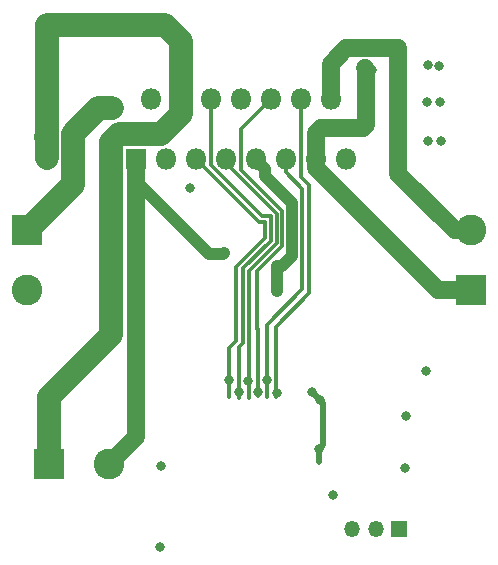
<source format=gbr>
%TF.GenerationSoftware,KiCad,Pcbnew,(6.0.5-0)*%
%TF.CreationDate,2022-06-28T13:52:29+02:00*%
%TF.ProjectId,JeepPCB,4a656570-5043-4422-9e6b-696361645f70,rev?*%
%TF.SameCoordinates,Original*%
%TF.FileFunction,Copper,L2,Bot*%
%TF.FilePolarity,Positive*%
%FSLAX46Y46*%
G04 Gerber Fmt 4.6, Leading zero omitted, Abs format (unit mm)*
G04 Created by KiCad (PCBNEW (6.0.5-0)) date 2022-06-28 13:52:29*
%MOMM*%
%LPD*%
G01*
G04 APERTURE LIST*
%TA.AperFunction,ComponentPad*%
%ADD10R,1.350000X1.350000*%
%TD*%
%TA.AperFunction,ComponentPad*%
%ADD11O,1.350000X1.350000*%
%TD*%
%TA.AperFunction,ComponentPad*%
%ADD12R,2.600000X2.600000*%
%TD*%
%TA.AperFunction,ComponentPad*%
%ADD13C,2.600000*%
%TD*%
%TA.AperFunction,ComponentPad*%
%ADD14R,1.800000X1.800000*%
%TD*%
%TA.AperFunction,ComponentPad*%
%ADD15O,1.800000X1.800000*%
%TD*%
%TA.AperFunction,ViaPad*%
%ADD16C,0.800000*%
%TD*%
%TA.AperFunction,Conductor*%
%ADD17C,2.000000*%
%TD*%
%TA.AperFunction,Conductor*%
%ADD18C,1.000000*%
%TD*%
%TA.AperFunction,Conductor*%
%ADD19C,1.500000*%
%TD*%
%TA.AperFunction,Conductor*%
%ADD20C,0.500000*%
%TD*%
%TA.AperFunction,Conductor*%
%ADD21C,0.300000*%
%TD*%
G04 APERTURE END LIST*
D10*
%TO.P,J1,1,Pin_1*%
%TO.N,Earth*%
X74200000Y-83700000D03*
D11*
%TO.P,J1,2,Pin_2*%
%TO.N,VCC*%
X72200000Y-83700000D03*
%TO.P,J1,3,Pin_3*%
%TO.N,Net-(J1-Pad3)*%
X70200000Y-83700000D03*
%TD*%
D12*
%TO.P,J_FRONT1,1,Pin_1*%
%TO.N,Net-(D1-Pad1)*%
X42695000Y-58455000D03*
D13*
%TO.P,J_FRONT1,2,Pin_2*%
%TO.N,Net-(D2-Pad1)*%
X42695000Y-63535000D03*
%TD*%
D12*
%TO.P,J_MAIN_POWER1,1,Pin_1*%
%TO.N,/5-12V*%
X44555000Y-78255000D03*
D13*
%TO.P,J_MAIN_POWER1,2,Pin_2*%
%TO.N,Earth*%
X49635000Y-78255000D03*
%TD*%
D14*
%TO.P,MotorFET1,1,SENSE_A*%
%TO.N,Earth*%
X51905000Y-52435000D03*
D15*
%TO.P,MotorFET1,2,OUT1*%
%TO.N,Net-(D1-Pad1)*%
X53175000Y-47355000D03*
%TO.P,MotorFET1,3,OUT2*%
%TO.N,Net-(D2-Pad1)*%
X54445000Y-52435000D03*
%TO.P,MotorFET1,4,Vs*%
%TO.N,/5-12V*%
X55715000Y-47355000D03*
%TO.P,MotorFET1,5,IN1*%
%TO.N,INO_D10*%
X56985000Y-52435000D03*
%TO.P,MotorFET1,6,EnA*%
%TO.N,INO_D9*%
X58255000Y-47355000D03*
%TO.P,MotorFET1,7,IN2*%
%TO.N,INO_D8*%
X59525000Y-52435000D03*
%TO.P,MotorFET1,8,GND*%
%TO.N,Earth*%
X60795000Y-47355000D03*
%TO.P,MotorFET1,9,Vss*%
%TO.N,VCC*%
X62065000Y-52435000D03*
%TO.P,MotorFET1,10,IN3*%
%TO.N,INO_D7*%
X63335000Y-47355000D03*
%TO.P,MotorFET1,11,EnB*%
%TO.N,INO_D6*%
X64605000Y-52435000D03*
%TO.P,MotorFET1,12,IN4*%
%TO.N,INO_D5*%
X65875000Y-47355000D03*
%TO.P,MotorFET1,13,OUT3*%
%TO.N,Net-(D3-Pad1)*%
X67145000Y-52435000D03*
%TO.P,MotorFET1,14,OUT4*%
%TO.N,Net-(D4-Pad1)*%
X68415000Y-47355000D03*
%TO.P,MotorFET1,15,SENSE_B*%
%TO.N,Earth*%
X69685000Y-52435000D03*
%TD*%
D12*
%TO.P,J_BACK1,1,Pin_1*%
%TO.N,Net-(D3-Pad1)*%
X80305000Y-63545000D03*
D13*
%TO.P,J_BACK1,2,Pin_2*%
%TO.N,Net-(D4-Pad1)*%
X80305000Y-58465000D03*
%TD*%
D16*
%TO.N,/5-12V*%
X44000000Y-76050000D03*
X45000000Y-47550000D03*
X44950000Y-76050000D03*
X45000000Y-50850000D03*
X45000000Y-44400000D03*
X43850000Y-44400000D03*
X43900000Y-50850000D03*
X43900000Y-47550000D03*
%TO.N,Earth*%
X54000000Y-78400000D03*
X76500000Y-47550000D03*
X76650000Y-50900000D03*
X58100000Y-60350000D03*
X77600000Y-44550000D03*
X77650000Y-47550000D03*
X77700000Y-50900000D03*
X76450000Y-70350000D03*
X59100000Y-60400000D03*
X76600000Y-44450000D03*
%TO.N,VCC*%
X53950000Y-85250000D03*
X67400000Y-76950000D03*
X63850000Y-63300000D03*
X67500000Y-72850000D03*
X63850000Y-62150000D03*
X56500000Y-54900000D03*
X66800000Y-72150000D03*
%TO.N,Net-(D1-Pad1)*%
X49100000Y-47550000D03*
X50150000Y-47600000D03*
X48600000Y-48250000D03*
X49600000Y-48250000D03*
%TO.N,Net-(D3-Pad1)*%
X71850000Y-44900000D03*
X71100000Y-44500000D03*
X71150000Y-45450000D03*
%TO.N,Net-(D4-Pad1)*%
X70700000Y-43000000D03*
X69600000Y-43000000D03*
X71750000Y-43000000D03*
%TO.N,Net-(J1-Pad3)*%
X68550000Y-80850000D03*
%TO.N,INO_D9*%
X60600000Y-72150000D03*
%TO.N,INO_D10*%
X59800000Y-71150000D03*
%TO.N,INO_D8*%
X61400000Y-71200000D03*
%TO.N,INO_D7*%
X62200000Y-72150000D03*
%TO.N,INO_D5*%
X63800000Y-72200000D03*
%TO.N,INO_D6*%
X63000000Y-71150000D03*
%TO.N,Net-(C3-Pad2)*%
X74700000Y-78600000D03*
%TO.N,Net-(C4-Pad2)*%
X74750000Y-74150000D03*
%TD*%
D17*
%TO.N,/5-12V*%
X55715000Y-47355000D02*
X55715000Y-42465000D01*
X49805489Y-67294511D02*
X44500000Y-72600000D01*
X54350000Y-41100000D02*
X44400000Y-41100000D01*
X44500000Y-72600000D02*
X44555000Y-72655000D01*
X50470000Y-50335489D02*
X49805489Y-51000000D01*
X44350000Y-41150000D02*
X44350000Y-49650000D01*
X44400000Y-41100000D02*
X44350000Y-41150000D01*
X54007303Y-50335489D02*
X50470000Y-50335489D01*
X54500000Y-41250000D02*
X54350000Y-41100000D01*
X55715000Y-48627792D02*
X54007303Y-50335489D01*
X44350000Y-49650000D02*
X44350000Y-50500000D01*
X44300000Y-50550000D02*
X44350000Y-50600000D01*
X44350000Y-50600000D02*
X44350000Y-52300000D01*
X55715000Y-47355000D02*
X55715000Y-48627792D01*
X44555000Y-72655000D02*
X44555000Y-78255000D01*
X55715000Y-42465000D02*
X54500000Y-41250000D01*
X44350000Y-50500000D02*
X44300000Y-50550000D01*
X49805489Y-51000000D02*
X49805489Y-67294511D01*
D18*
%TO.N,Earth*%
X59300000Y-60450000D02*
X59350000Y-60400000D01*
X51905000Y-54305000D02*
X58050000Y-60450000D01*
X51905000Y-52435000D02*
X51905000Y-54305000D01*
D19*
X51905000Y-52435000D02*
X51905000Y-75985000D01*
X51905000Y-75985000D02*
X49635000Y-78255000D01*
D18*
X58050000Y-60450000D02*
X59300000Y-60450000D01*
%TO.N,VCC*%
X62065000Y-52435000D02*
X62850000Y-53220000D01*
D20*
X67750000Y-73100000D02*
X67750000Y-76650000D01*
D18*
X64300480Y-61500000D02*
X63850000Y-61500000D01*
X63850000Y-61500000D02*
X63850000Y-63550000D01*
D20*
X66825000Y-72175000D02*
X67750000Y-73100000D01*
D18*
X62850000Y-53850000D02*
X65150480Y-56150480D01*
X65150480Y-60650000D02*
X64300480Y-61500000D01*
X65150480Y-56150480D02*
X65150480Y-60650000D01*
D20*
X67750000Y-76650000D02*
X67401040Y-76998960D01*
D18*
X62850000Y-53220000D02*
X62850000Y-53850000D01*
X63800000Y-61450000D02*
X63850000Y-61500000D01*
D20*
X67401040Y-76998960D02*
X67401040Y-78098960D01*
D17*
%TO.N,Net-(D1-Pad1)*%
X46549520Y-50300480D02*
X48300000Y-48550000D01*
X48600000Y-48250000D02*
X48625000Y-48225000D01*
X46549520Y-54600480D02*
X42695000Y-58455000D01*
X48300000Y-48550000D02*
X48600000Y-48250000D01*
X48714031Y-48135969D02*
X49564031Y-48135969D01*
X49564031Y-48135969D02*
X49850000Y-48135969D01*
X46549520Y-54600480D02*
X46549520Y-50300480D01*
X48625000Y-48225000D02*
X48714031Y-48135969D01*
D19*
%TO.N,Net-(D3-Pad1)*%
X71400000Y-49500000D02*
X71400000Y-45550000D01*
X67600000Y-49750000D02*
X71150000Y-49750000D01*
X71400000Y-45550000D02*
X71400000Y-44850000D01*
X71400000Y-44850000D02*
X71300000Y-44750000D01*
X67145000Y-53195000D02*
X77495000Y-63545000D01*
X67145000Y-52435000D02*
X67145000Y-52359395D01*
X67145000Y-52359395D02*
X67150000Y-52354395D01*
X67150000Y-50200000D02*
X67600000Y-49750000D01*
X67150000Y-52354395D02*
X67150000Y-50200000D01*
X71150000Y-49750000D02*
X71400000Y-49500000D01*
X67145000Y-52435000D02*
X67145000Y-53195000D01*
X77495000Y-63545000D02*
X80305000Y-63545000D01*
%TO.N,Net-(D4-Pad1)*%
X74100000Y-53650000D02*
X78915000Y-58465000D01*
X68415000Y-47355000D02*
X68415000Y-44335000D01*
X78915000Y-58465000D02*
X80305000Y-58465000D01*
X74100000Y-43050000D02*
X74100000Y-53650000D01*
X68415000Y-44335000D02*
X69700000Y-43050000D01*
X69700000Y-43050000D02*
X74100000Y-43050000D01*
D21*
%TO.N,INO_D9*%
X58255000Y-52932076D02*
X58255000Y-47355000D01*
X63301920Y-59333822D02*
X63301920Y-57263816D01*
X60950480Y-67999520D02*
X60950481Y-61685262D01*
X60950481Y-61685262D02*
X63301920Y-59333822D01*
X60600000Y-68350000D02*
X60950480Y-67999520D01*
X60600000Y-72650000D02*
X60600000Y-68350000D01*
X63301920Y-57263816D02*
X62586740Y-57263816D01*
X62586740Y-57263816D02*
X58255000Y-52932076D01*
%TO.N,INO_D10*%
X62802400Y-59126914D02*
X62802400Y-57763336D01*
X60393093Y-67850480D02*
X60393093Y-61536223D01*
X62802400Y-57763336D02*
X62313336Y-57763336D01*
X60393093Y-61536223D02*
X62802400Y-59126914D01*
X59800000Y-72600000D02*
X59800000Y-68443572D01*
X59800000Y-68443572D02*
X60393093Y-67850480D01*
X62313336Y-57763336D02*
X56985000Y-52435000D01*
%TO.N,INO_D8*%
X63801440Y-57056908D02*
X59525000Y-52780468D01*
X61450000Y-61892171D02*
X63801440Y-59540730D01*
X61450000Y-72650000D02*
X61450000Y-61892171D01*
X63801440Y-59540730D02*
X63801440Y-57056908D01*
X59525000Y-52780468D02*
X59525000Y-52435000D01*
%TO.N,INO_D7*%
X60895000Y-49795000D02*
X60774511Y-49915489D01*
X64300960Y-56850000D02*
X60815489Y-53364529D01*
X64300960Y-59747638D02*
X64300960Y-56850000D01*
X60815489Y-49874511D02*
X60895000Y-49795000D01*
X60815489Y-53364529D02*
X60815489Y-49874511D01*
X62175000Y-66825000D02*
X62200000Y-66850000D01*
X63335000Y-47355000D02*
X60895000Y-49795000D01*
X62200000Y-66850000D02*
X62200000Y-72450000D01*
X62175000Y-61873598D02*
X64300960Y-59747638D01*
X62175000Y-66825000D02*
X62175000Y-61873598D01*
%TO.N,INO_D5*%
X65875000Y-53925000D02*
X66550000Y-54600000D01*
X66550000Y-63800000D02*
X63750000Y-66600000D01*
X65875000Y-47355000D02*
X65875000Y-53925000D01*
X66550000Y-54600000D02*
X66550000Y-63800000D01*
X63750000Y-66600000D02*
X63750000Y-72600000D01*
%TO.N,INO_D6*%
X64605000Y-52435000D02*
X64605000Y-53555000D01*
X63000000Y-66450000D02*
X63000000Y-72550000D01*
X66000000Y-63450000D02*
X63000000Y-66450000D01*
X64605000Y-53555000D02*
X66000000Y-54950000D01*
X66000000Y-54950000D02*
X66000000Y-63450000D01*
%TD*%
M02*

</source>
